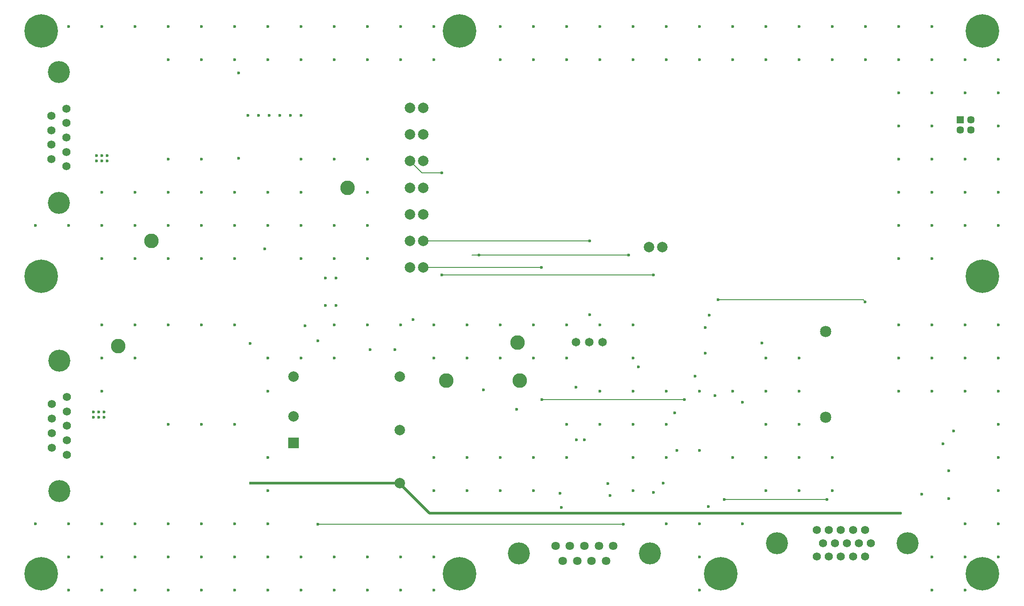
<source format=gbr>
%TF.GenerationSoftware,KiCad,Pcbnew,8.0.6*%
%TF.CreationDate,2025-05-06T15:07:16-04:00*%
%TF.ProjectId,TPC_COLD_HV_PDU,5450435f-434f-44c4-945f-48565f504455,rev?*%
%TF.SameCoordinates,Original*%
%TF.FileFunction,Copper,L5,Inr*%
%TF.FilePolarity,Positive*%
%FSLAX46Y46*%
G04 Gerber Fmt 4.6, Leading zero omitted, Abs format (unit mm)*
G04 Created by KiCad (PCBNEW 8.0.6) date 2025-05-06 15:07:16*
%MOMM*%
%LPD*%
G01*
G04 APERTURE LIST*
%TA.AperFunction,ComponentPad*%
%ADD10C,2.159000*%
%TD*%
%TA.AperFunction,ComponentPad*%
%ADD11C,6.400000*%
%TD*%
%TA.AperFunction,ComponentPad*%
%ADD12C,2.800000*%
%TD*%
%TA.AperFunction,ComponentPad*%
%ADD13C,1.575000*%
%TD*%
%TA.AperFunction,ComponentPad*%
%ADD14C,4.216000*%
%TD*%
%TA.AperFunction,ComponentPad*%
%ADD15C,1.650000*%
%TD*%
%TA.AperFunction,ComponentPad*%
%ADD16C,2.000000*%
%TD*%
%TA.AperFunction,ComponentPad*%
%ADD17R,1.447800X1.447800*%
%TD*%
%TA.AperFunction,ComponentPad*%
%ADD18C,1.447800*%
%TD*%
%TA.AperFunction,ComponentPad*%
%ADD19C,1.635000*%
%TD*%
%TA.AperFunction,ComponentPad*%
%ADD20C,1.560000*%
%TD*%
%TA.AperFunction,ComponentPad*%
%ADD21R,2.000000X2.000000*%
%TD*%
%TA.AperFunction,ViaPad*%
%ADD22C,0.600000*%
%TD*%
%TA.AperFunction,Conductor*%
%ADD23C,0.500000*%
%TD*%
%TA.AperFunction,Conductor*%
%ADD24C,0.200000*%
%TD*%
G04 APERTURE END LIST*
D10*
%TO.N,Net-(M3-Pad3)*%
%TO.C,P2*%
X240000000Y-115620000D03*
%TD*%
%TO.N,Net-(P1-Pad1)*%
%TO.C,P1*%
X240000000Y-132049800D03*
%TD*%
D11*
%TO.N,GNDPWR*%
%TO.C,H3*%
X270000000Y-58000000D03*
%TD*%
%TO.N,GNDPWR*%
%TO.C,H2*%
X90000000Y-105000000D03*
%TD*%
D12*
%TO.N,/V3p3_RTN*%
%TO.C,V_{GND}1*%
X167490000Y-124990000D03*
%TD*%
D11*
%TO.N,GNDPWR*%
%TO.C,H6*%
X170000000Y-58000000D03*
%TD*%
D13*
%TO.N,/TEMP_0_Telem*%
%TO.C,J3*%
X247536000Y-153630000D03*
%TO.N,/TEMP_1_Telem*%
X245246000Y-153630000D03*
%TO.N,unconnected-(J3-Pad3)*%
X242956000Y-153630000D03*
%TO.N,/HV_I_MON_Telem*%
X240666000Y-153630000D03*
%TO.N,/HV_MON_Telem*%
X238376000Y-153630000D03*
%TO.N,/V3p3_RTN*%
X248681000Y-156170000D03*
X246391000Y-156170000D03*
X244101000Y-156170000D03*
X241811000Y-156170000D03*
X239521000Y-156170000D03*
%TO.N,unconnected-(J3-Pad11)*%
X247536000Y-158710000D03*
%TO.N,unconnected-(J3-Pad12)*%
X245246000Y-158710000D03*
%TO.N,unconnected-(J3-Pad13)*%
X242956000Y-158710000D03*
%TO.N,unconnected-(J3-Pad14)*%
X240666000Y-158710000D03*
%TO.N,unconnected-(J3-Pad15)*%
X238376000Y-158710000D03*
D14*
%TO.N,GNDPWR*%
X230715000Y-156170000D03*
X255705000Y-156170000D03*
%TD*%
D12*
%TO.N,/V3p3*%
%TO.C,V_{3.3V}1*%
X181560000Y-125020000D03*
%TD*%
D15*
%TO.N,/HV_SET_INT*%
%TO.C,J5*%
X197400000Y-117660000D03*
%TO.N,/Main_DCDC_Converter/HV_SET*%
X194860000Y-117660000D03*
%TO.N,/HV_SET_EXT*%
X192320000Y-117660000D03*
%TD*%
D11*
%TO.N,GNDPWR*%
%TO.C,H9*%
X270000000Y-105000000D03*
%TD*%
D16*
%TO.N,/Main_DCDC_Converter/V_RTN*%
%TO.C,U1*%
X160560000Y-72745000D03*
%TO.N,/Main_DCDC_Converter/V_IN*%
X160560000Y-77845000D03*
%TO.N,/HV_I_MON*%
X160560000Y-82945000D03*
%TO.N,/HV_EN*%
X160560000Y-88045000D03*
%TO.N,/V3p3_RTN*%
X160560000Y-93145000D03*
%TO.N,N/C*%
X160560000Y-98245000D03*
%TO.N,/5V_REF*%
X160560000Y-103345000D03*
%TO.N,/Main_DCDC_Converter/V_RTN*%
X163060000Y-72745000D03*
%TO.N,/Main_DCDC_Converter/V_IN*%
X163060000Y-77845000D03*
%TO.N,unconnected-(U1-NC-Pad10)*%
X163060000Y-82945000D03*
%TO.N,/Main_DCDC_Converter/V_RTN*%
X163060000Y-88045000D03*
%TO.N,Net-(U1-V_MODE)*%
X163060000Y-93145000D03*
%TO.N,/Main_DCDC_Converter/HV_SET*%
X163060000Y-98245000D03*
%TO.N,/HV_MON*%
X163060000Y-103345000D03*
%TO.N,/HV_RTN*%
X206260000Y-99445000D03*
X208760000Y-99445000D03*
%TD*%
D12*
%TO.N,/V_TELEM_RTN*%
%TO.C,GND1*%
X104730000Y-118410000D03*
%TD*%
D11*
%TO.N,GNDPWR*%
%TO.C,H8*%
X170000000Y-162000000D03*
%TD*%
%TO.N,GNDPWR*%
%TO.C,H4*%
X220000000Y-162000000D03*
%TD*%
D17*
%TO.N,/HV_RTN*%
%TO.C,J6*%
X265779999Y-75009999D03*
D18*
X265779999Y-77010000D03*
X267780000Y-75009999D03*
X267780000Y-77010000D03*
%TD*%
D11*
%TO.N,GNDPWR*%
%TO.C,H7*%
X270000000Y-162000000D03*
%TD*%
D19*
%TO.N,/SYNC_n+*%
%TO.C,J4*%
X199440000Y-156690000D03*
%TO.N,/Enable-*%
X196670000Y-156690000D03*
%TO.N,unconnected-(J4-Pad3)*%
X193900000Y-156690000D03*
%TO.N,/SCLK+*%
X191130000Y-156690000D03*
%TO.N,/Data_In-*%
X188360000Y-156690000D03*
%TO.N,/SYNC_n-*%
X198055000Y-159530000D03*
%TO.N,/Enable+*%
X195285000Y-159530000D03*
%TO.N,/SCLK-*%
X192515000Y-159530000D03*
%TO.N,/Data_In+*%
X189745000Y-159530000D03*
D14*
%TO.N,GNDPWR*%
X181400000Y-158110000D03*
X206400000Y-158110000D03*
%TD*%
D20*
%TO.N,/V_TELEM_RTN*%
%TO.C,J2*%
X94880000Y-128120000D03*
X94880000Y-130890000D03*
%TO.N,unconnected-(J2-Pad3)*%
X94880000Y-133660000D03*
%TO.N,/V_TELEM_RTN*%
X94880000Y-136430000D03*
X94880000Y-139200000D03*
%TO.N,/V_TELEM_IN*%
X92040000Y-129505000D03*
X92040000Y-132275000D03*
X92040000Y-135045000D03*
X92040000Y-137815000D03*
D14*
%TO.N,GNDPWR*%
X93460000Y-121160000D03*
X93460000Y-146160000D03*
%TD*%
D21*
%TO.N,/Telemetry_DCDC_Converter/V_POS*%
%TO.C,U4*%
X138247500Y-136930000D03*
D16*
%TO.N,/Telemetry_DCDC_Converter/V_RTN*%
X138247500Y-131830000D03*
%TO.N,/P5V*%
X158547500Y-144630000D03*
%TO.N,unconnected-(U4-TRIM-Pad4)*%
X158547500Y-134430000D03*
%TO.N,/V3p3_RTN*%
X158547500Y-124230000D03*
%TO.N,unconnected-(U4-REMOTE-Pad6)*%
X138247500Y-124230000D03*
%TD*%
D12*
%TO.N,/HV_EN*%
%TO.C,V_{EN}1*%
X148590000Y-88075000D03*
%TD*%
D11*
%TO.N,GNDPWR*%
%TO.C,H5*%
X90000000Y-162000000D03*
%TD*%
%TO.N,GNDPWR*%
%TO.C,H1*%
X90000000Y-58000000D03*
%TD*%
D20*
%TO.N,/V_SEC_RTN*%
%TO.C,J1*%
X94830000Y-72880000D03*
X94830000Y-75650000D03*
%TO.N,unconnected-(J1-Pad3)*%
X94830000Y-78420000D03*
%TO.N,/V_SEC_RTN*%
X94830000Y-81190000D03*
X94830000Y-83960000D03*
%TO.N,/V_SEC_IN*%
X91990000Y-74265000D03*
X91990000Y-77035000D03*
X91990000Y-79805000D03*
X91990000Y-82575000D03*
D14*
%TO.N,GNDPWR*%
X93410000Y-65920000D03*
X93410000Y-90920000D03*
%TD*%
D12*
%TO.N,/V_SEC_RTN*%
%TO.C,GND2*%
X111060000Y-98240000D03*
%TD*%
%TO.N,/HV_SET_EXT*%
%TO.C,HV_SET_{-EXT}1*%
X181130000Y-117680000D03*
%TD*%
D22*
%TO.N,/V_SEC_RTN*%
X101572000Y-81869000D03*
X273050000Y-95250000D03*
X254000000Y-88900000D03*
X184150000Y-57150000D03*
X266700000Y-95250000D03*
X228600000Y-57150000D03*
X254000000Y-76200000D03*
X133350000Y-88900000D03*
X146050000Y-63500000D03*
X146050000Y-101600000D03*
X120650000Y-101600000D03*
X228600000Y-63500000D03*
X139700000Y-95250000D03*
X120650000Y-82550000D03*
X203200000Y-63500000D03*
X133350000Y-57150000D03*
X234950000Y-57150000D03*
X266700000Y-69850000D03*
X133350000Y-63500000D03*
X260350000Y-63500000D03*
X152400000Y-95250000D03*
X101600000Y-88900000D03*
X137668000Y-74168000D03*
X222250000Y-63500000D03*
X139700000Y-74168000D03*
X273050000Y-63500000D03*
X254000000Y-69850000D03*
X209550000Y-57150000D03*
X131572000Y-74168000D03*
X101600000Y-101600000D03*
X133350000Y-95250000D03*
X114300000Y-88900000D03*
X100556000Y-81869000D03*
X254000000Y-82550000D03*
X132730000Y-99745000D03*
X177800000Y-57150000D03*
X247650000Y-57150000D03*
X241300000Y-57150000D03*
X152400000Y-101600000D03*
X120650000Y-95250000D03*
X215900000Y-63500000D03*
X127000000Y-63500000D03*
X102588000Y-81869000D03*
X139700000Y-101600000D03*
X260350000Y-57150000D03*
X139700000Y-82550000D03*
X152400000Y-63500000D03*
X95250000Y-57150000D03*
X146360000Y-105350000D03*
X120650000Y-63500000D03*
X114300000Y-101600000D03*
X254000000Y-95250000D03*
X260350000Y-76200000D03*
X146050000Y-82550000D03*
X254000000Y-101600000D03*
X139700000Y-63500000D03*
X139700000Y-57150000D03*
X260350000Y-88900000D03*
X152400000Y-88900000D03*
X209550000Y-63500000D03*
X254000000Y-63500000D03*
X100556000Y-82885000D03*
X254000000Y-57150000D03*
X234950000Y-63500000D03*
X120650000Y-57150000D03*
X273050000Y-76200000D03*
X135636000Y-74168000D03*
X215900000Y-57150000D03*
X129540000Y-74168000D03*
X114300000Y-63500000D03*
X266700000Y-88900000D03*
X260350000Y-95250000D03*
X102588000Y-82885000D03*
X273050000Y-88900000D03*
X247650000Y-63500000D03*
X152400000Y-82550000D03*
X146050000Y-95250000D03*
X107950000Y-101600000D03*
X107950000Y-95250000D03*
X260350000Y-69850000D03*
X101572000Y-82885000D03*
X114300000Y-82550000D03*
X158750000Y-63500000D03*
X101600000Y-57150000D03*
X146050000Y-57150000D03*
X241300000Y-63500000D03*
X127000000Y-95250000D03*
X127000000Y-57150000D03*
X158750000Y-57150000D03*
X88900000Y-95250000D03*
X184150000Y-63500000D03*
X260350000Y-82550000D03*
X127000000Y-101600000D03*
X107950000Y-88900000D03*
X260350000Y-101600000D03*
X114300000Y-57150000D03*
X196850000Y-57150000D03*
X266700000Y-63500000D03*
X266700000Y-82550000D03*
X114300000Y-95250000D03*
X133604000Y-74168000D03*
X190500000Y-57150000D03*
X273050000Y-82550000D03*
X196850000Y-63500000D03*
X144390000Y-105350000D03*
X127000000Y-88900000D03*
X95250000Y-95250000D03*
X139700000Y-88900000D03*
X152400000Y-57150000D03*
X190500000Y-63500000D03*
X273050000Y-69850000D03*
X165100000Y-63500000D03*
X177800000Y-63500000D03*
X203200000Y-57150000D03*
X120650000Y-88900000D03*
X165100000Y-57150000D03*
X101600000Y-95250000D03*
X107950000Y-57150000D03*
X222250000Y-57150000D03*
%TO.N,GNDPWR*%
X152908000Y-119070000D03*
X127780000Y-66095000D03*
X127770000Y-82395000D03*
%TO.N,/V3p3*%
X198385000Y-144740000D03*
X216980000Y-114810000D03*
X263560000Y-147630000D03*
X174550000Y-126740000D03*
X189205000Y-146580000D03*
X215935000Y-138383800D03*
%TO.N,/V3p3_RTN*%
X218895000Y-127873800D03*
X227840000Y-117770000D03*
X157660000Y-119080000D03*
X211565000Y-138393800D03*
X180910000Y-130470000D03*
X217605000Y-149123800D03*
X258380000Y-146770000D03*
X217735000Y-112490000D03*
X198775000Y-147000000D03*
X161115000Y-113270000D03*
%TO.N,unconnected-(R27-Pad2)*%
X215090000Y-124100000D03*
%TO.N,/V3p3_RTN*%
X264510000Y-134640000D03*
X263570000Y-142250000D03*
X211155000Y-131183800D03*
X208935000Y-144593800D03*
X193915000Y-136350000D03*
X216980000Y-119770000D03*
X189455000Y-149310000D03*
%TO.N,/V_TELEM_RTN*%
X260350000Y-158750000D03*
X102000000Y-131000000D03*
X127000000Y-165100000D03*
X114300000Y-114300000D03*
X107950000Y-158750000D03*
X190500000Y-114300000D03*
X146050000Y-114300000D03*
X192300000Y-126260000D03*
X127000000Y-158750000D03*
X184150000Y-146050000D03*
X171450000Y-120650000D03*
X273050000Y-158750000D03*
X152400000Y-158750000D03*
X222250000Y-127000000D03*
X177800000Y-146050000D03*
X139700000Y-120650000D03*
X190500000Y-120650000D03*
X101600000Y-114300000D03*
X127000000Y-133350000D03*
X100000000Y-131000000D03*
X273050000Y-133350000D03*
X144400000Y-110600000D03*
X209550000Y-127000000D03*
X120650000Y-133350000D03*
X139700000Y-165100000D03*
X241300000Y-139700000D03*
X273050000Y-139700000D03*
X273050000Y-146050000D03*
X133350000Y-158750000D03*
X234950000Y-139700000D03*
X114300000Y-158750000D03*
X101600000Y-152400000D03*
X254000000Y-120650000D03*
X139700000Y-158750000D03*
X146050000Y-165100000D03*
X158750000Y-114300000D03*
X100000000Y-132000000D03*
X196850000Y-133350000D03*
X234950000Y-120650000D03*
X254000000Y-114300000D03*
X228600000Y-146050000D03*
X101600000Y-127000000D03*
X133350000Y-127000000D03*
X203200000Y-127000000D03*
X234950000Y-133350000D03*
X133350000Y-146050000D03*
X101000000Y-131000000D03*
X266700000Y-127000000D03*
X95250000Y-158750000D03*
X215900000Y-158750000D03*
X102000000Y-132000000D03*
X266700000Y-158750000D03*
X146050000Y-120650000D03*
X101600000Y-120650000D03*
X177800000Y-120650000D03*
X133350000Y-152400000D03*
X266700000Y-152400000D03*
X120650000Y-114300000D03*
X171450000Y-139700000D03*
X266700000Y-165100000D03*
X273050000Y-120650000D03*
X101000000Y-132000000D03*
X171450000Y-146050000D03*
X215900000Y-127000000D03*
X114300000Y-165100000D03*
X241300000Y-146050000D03*
X260350000Y-127000000D03*
X165100000Y-120650000D03*
X215900000Y-152400000D03*
X171450000Y-114300000D03*
X228600000Y-127000000D03*
X165100000Y-158750000D03*
X107950000Y-152400000D03*
X158750000Y-158750000D03*
X215900000Y-165100000D03*
X127000000Y-114300000D03*
X209550000Y-139700000D03*
X228600000Y-139700000D03*
X146360000Y-110600000D03*
X254000000Y-127000000D03*
X165100000Y-139700000D03*
X234950000Y-127000000D03*
X120650000Y-152400000D03*
X107950000Y-120650000D03*
X133350000Y-120650000D03*
X190500000Y-139700000D03*
X177800000Y-139700000D03*
X260350000Y-165100000D03*
X133350000Y-165100000D03*
X133350000Y-139700000D03*
X196850000Y-127000000D03*
X95250000Y-152400000D03*
X165100000Y-165100000D03*
X120650000Y-158750000D03*
X190500000Y-133350000D03*
X152400000Y-165100000D03*
X260350000Y-114300000D03*
X107950000Y-165100000D03*
X184150000Y-114300000D03*
X203200000Y-114300000D03*
X273050000Y-114300000D03*
X203200000Y-133350000D03*
X228600000Y-120650000D03*
X165100000Y-114300000D03*
X273050000Y-152400000D03*
X158750000Y-165100000D03*
X101600000Y-158750000D03*
X203200000Y-146050000D03*
X273050000Y-127000000D03*
X114300000Y-152400000D03*
X101600000Y-165100000D03*
X260350000Y-120650000D03*
X177800000Y-114300000D03*
X222250000Y-139700000D03*
X127000000Y-152400000D03*
X203200000Y-120650000D03*
X140500000Y-114475000D03*
X114300000Y-133350000D03*
X266700000Y-114300000D03*
X209550000Y-133350000D03*
X234950000Y-146050000D03*
X152400000Y-114300000D03*
X184150000Y-139700000D03*
X196850000Y-114300000D03*
X203200000Y-139700000D03*
X165100000Y-146050000D03*
X228600000Y-133350000D03*
X266700000Y-120650000D03*
X95250000Y-165100000D03*
X209550000Y-152400000D03*
X146050000Y-158750000D03*
X120650000Y-165100000D03*
X184150000Y-120650000D03*
X88900000Y-152400000D03*
X107950000Y-114300000D03*
%TO.N,/P5V*%
X129950000Y-117870000D03*
X262450000Y-137070000D03*
X254360000Y-150400000D03*
X130040000Y-144630000D03*
X192365000Y-136340000D03*
%TO.N,/5V_REF*%
X173720000Y-100945000D03*
X204240000Y-122350000D03*
X202320000Y-100950000D03*
%TO.N,/HV_I_MON_Telem*%
X240331193Y-147760234D03*
X220625000Y-147778800D03*
%TO.N,/HV_MON_Telem*%
X224130000Y-129170000D03*
X224130000Y-152390000D03*
%TO.N,/TEMP_0_Telem*%
X247610000Y-109880000D03*
X219470000Y-109500000D03*
%TO.N,/Enable_SIG*%
X201380000Y-152530000D03*
X142910000Y-117340000D03*
X142910000Y-152530000D03*
%TO.N,/HV_MON*%
X185780000Y-128650000D03*
X185710000Y-103320000D03*
X213060000Y-128650000D03*
%TO.N,/HV_I_MON*%
X166640000Y-104760000D03*
X207130000Y-146440000D03*
X207130000Y-104760000D03*
X166630000Y-85230000D03*
%TO.N,/Main_DCDC_Converter/HV_SET*%
X194920000Y-98220000D03*
X194910000Y-112380000D03*
%TD*%
D23*
%TO.N,/P5V*%
X158547500Y-144630000D02*
X158547500Y-144697500D01*
X158547500Y-144697500D02*
X164250000Y-150400000D01*
X164250000Y-150400000D02*
X254360000Y-150400000D01*
X158547500Y-144630000D02*
X130040000Y-144630000D01*
D24*
%TO.N,/5V_REF*%
X202320000Y-100950000D02*
X172365000Y-100950000D01*
X172370000Y-100945000D02*
X172365000Y-100950000D01*
X172365000Y-100950000D02*
X172360000Y-100945000D01*
%TO.N,/HV_I_MON_Telem*%
X220625000Y-147778800D02*
X240234800Y-147778800D01*
X240234800Y-147778800D02*
X240284000Y-147828000D01*
%TO.N,/TEMP_0_Telem*%
X247610000Y-109890000D02*
X247590000Y-109870000D01*
X219470000Y-109500000D02*
X247220000Y-109500000D01*
X247220000Y-109500000D02*
X247600000Y-109880000D01*
X247610000Y-109880000D02*
X247610000Y-109890000D01*
X247600000Y-109880000D02*
X247610000Y-109880000D01*
%TO.N,/Enable_SIG*%
X201380000Y-152530000D02*
X142910000Y-152530000D01*
%TO.N,/HV_MON*%
X163085000Y-103320000D02*
X163060000Y-103345000D01*
X213060000Y-128650000D02*
X185780000Y-128650000D01*
X185710000Y-103320000D02*
X163085000Y-103320000D01*
%TO.N,/HV_I_MON*%
X162845000Y-85230000D02*
X160560000Y-82945000D01*
X207130000Y-104760000D02*
X166650000Y-104760000D01*
X166630000Y-85230000D02*
X162845000Y-85230000D01*
%TO.N,/Main_DCDC_Converter/HV_SET*%
X194920000Y-98220000D02*
X163085000Y-98220000D01*
X163085000Y-98220000D02*
X163060000Y-98245000D01*
%TD*%
M02*

</source>
